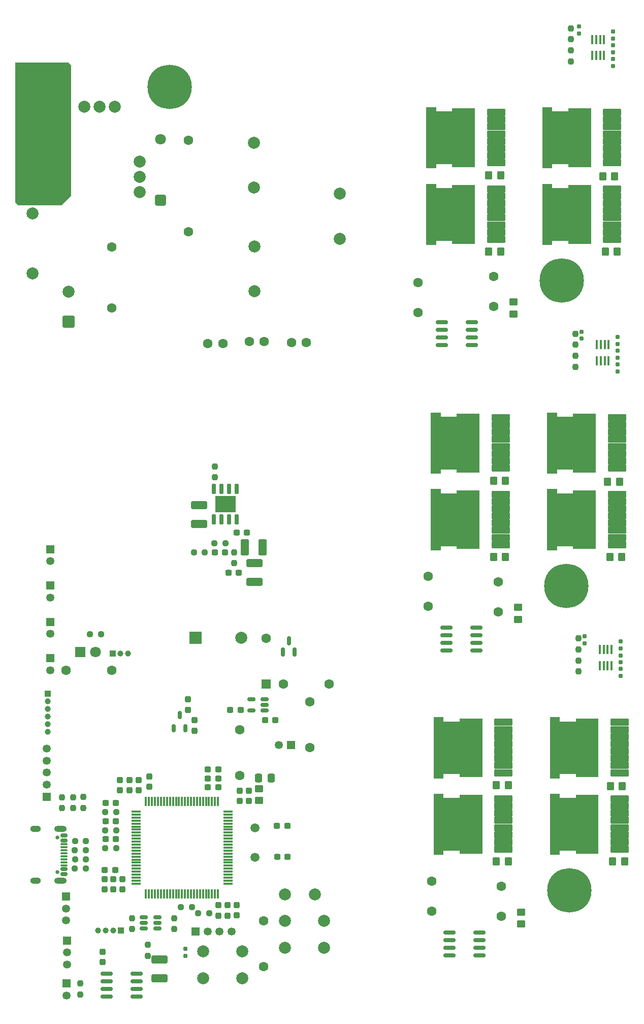
<source format=gbr>
%TF.GenerationSoftware,KiCad,Pcbnew,9.0.7*%
%TF.CreationDate,2026-01-12T17:17:52+03:00*%
%TF.ProjectId,Motor_Driver_Shell_Eco,4d6f746f-725f-4447-9269-7665725f5368,rev?*%
%TF.SameCoordinates,Original*%
%TF.FileFunction,Soldermask,Top*%
%TF.FilePolarity,Negative*%
%FSLAX46Y46*%
G04 Gerber Fmt 4.6, Leading zero omitted, Abs format (unit mm)*
G04 Created by KiCad (PCBNEW 9.0.7) date 2026-01-12 17:17:52*
%MOMM*%
%LPD*%
G01*
G04 APERTURE LIST*
G04 Aperture macros list*
%AMRoundRect*
0 Rectangle with rounded corners*
0 $1 Rounding radius*
0 $2 $3 $4 $5 $6 $7 $8 $9 X,Y pos of 4 corners*
0 Add a 4 corners polygon primitive as box body*
4,1,4,$2,$3,$4,$5,$6,$7,$8,$9,$2,$3,0*
0 Add four circle primitives for the rounded corners*
1,1,$1+$1,$2,$3*
1,1,$1+$1,$4,$5*
1,1,$1+$1,$6,$7*
1,1,$1+$1,$8,$9*
0 Add four rect primitives between the rounded corners*
20,1,$1+$1,$2,$3,$4,$5,0*
20,1,$1+$1,$4,$5,$6,$7,0*
20,1,$1+$1,$6,$7,$8,$9,0*
20,1,$1+$1,$8,$9,$2,$3,0*%
G04 Aperture macros list end*
%ADD10C,0.000000*%
%ADD11C,0.010000*%
%ADD12RoundRect,0.250000X1.100000X-0.412500X1.100000X0.412500X-1.100000X0.412500X-1.100000X-0.412500X0*%
%ADD13RoundRect,0.237500X-0.250000X-0.237500X0.250000X-0.237500X0.250000X0.237500X-0.250000X0.237500X0*%
%ADD14RoundRect,0.237500X0.300000X0.237500X-0.300000X0.237500X-0.300000X-0.237500X0.300000X-0.237500X0*%
%ADD15R,1.800000X1.800000*%
%ADD16C,1.800000*%
%ADD17C,1.600000*%
%ADD18RoundRect,0.237500X-0.237500X0.300000X-0.237500X-0.300000X0.237500X-0.300000X0.237500X0.300000X0*%
%ADD19RoundRect,0.237500X-0.300000X-0.237500X0.300000X-0.237500X0.300000X0.237500X-0.300000X0.237500X0*%
%ADD20RoundRect,0.237500X0.237500X-0.250000X0.237500X0.250000X-0.237500X0.250000X-0.237500X-0.250000X0*%
%ADD21R,1.350000X1.350000*%
%ADD22C,1.350000*%
%ADD23RoundRect,0.102000X1.400000X0.450000X-1.400000X0.450000X-1.400000X-0.450000X1.400000X-0.450000X0*%
%ADD24RoundRect,0.237500X0.237500X-0.300000X0.237500X0.300000X-0.237500X0.300000X-0.237500X-0.300000X0*%
%ADD25RoundRect,0.237500X0.250000X0.237500X-0.250000X0.237500X-0.250000X-0.237500X0.250000X-0.237500X0*%
%ADD26RoundRect,0.250000X-0.350000X-0.450000X0.350000X-0.450000X0.350000X0.450000X-0.350000X0.450000X0*%
%ADD27C,2.000000*%
%ADD28RoundRect,0.155000X0.155000X-0.212500X0.155000X0.212500X-0.155000X0.212500X-0.155000X-0.212500X0*%
%ADD29RoundRect,0.237500X-0.237500X0.250000X-0.237500X-0.250000X0.237500X-0.250000X0.237500X0.250000X0*%
%ADD30RoundRect,0.250000X-0.337500X-0.475000X0.337500X-0.475000X0.337500X0.475000X-0.337500X0.475000X0*%
%ADD31RoundRect,0.075000X0.725000X0.075000X-0.725000X0.075000X-0.725000X-0.075000X0.725000X-0.075000X0*%
%ADD32RoundRect,0.075000X0.075000X0.725000X-0.075000X0.725000X-0.075000X-0.725000X0.075000X-0.725000X0*%
%ADD33RoundRect,0.160000X-0.160000X0.197500X-0.160000X-0.197500X0.160000X-0.197500X0.160000X0.197500X0*%
%ADD34R,2.000000X2.000000*%
%ADD35RoundRect,0.250000X0.650000X-0.650000X0.650000X0.650000X-0.650000X0.650000X-0.650000X-0.650000X0*%
%ADD36RoundRect,0.150000X0.825000X0.150000X-0.825000X0.150000X-0.825000X-0.150000X0.825000X-0.150000X0*%
%ADD37RoundRect,0.100000X-0.100000X0.680000X-0.100000X-0.680000X0.100000X-0.680000X0.100000X0.680000X0*%
%ADD38RoundRect,0.250000X0.450000X-0.350000X0.450000X0.350000X-0.450000X0.350000X-0.450000X-0.350000X0*%
%ADD39RoundRect,0.150000X-0.512500X-0.150000X0.512500X-0.150000X0.512500X0.150000X-0.512500X0.150000X0*%
%ADD40RoundRect,0.150000X0.150000X-0.587500X0.150000X0.587500X-0.150000X0.587500X-0.150000X-0.587500X0*%
%ADD41C,0.800000*%
%ADD42C,7.400000*%
%ADD43RoundRect,0.150000X-0.825000X-0.150000X0.825000X-0.150000X0.825000X0.150000X-0.825000X0.150000X0*%
%ADD44RoundRect,0.250000X0.750000X-0.750000X0.750000X0.750000X-0.750000X0.750000X-0.750000X-0.750000X0*%
%ADD45RoundRect,0.250000X0.550000X-0.550000X0.550000X0.550000X-0.550000X0.550000X-0.550000X-0.550000X0*%
%ADD46RoundRect,0.160000X0.160000X-0.197500X0.160000X0.197500X-0.160000X0.197500X-0.160000X-0.197500X0*%
%ADD47RoundRect,0.150000X0.150000X-0.512500X0.150000X0.512500X-0.150000X0.512500X-0.150000X-0.512500X0*%
%ADD48C,1.500000*%
%ADD49R,1.000000X1.000000*%
%ADD50C,1.000000*%
%ADD51RoundRect,0.250001X-0.462499X-1.074999X0.462499X-1.074999X0.462499X1.074999X-0.462499X1.074999X0*%
%ADD52R,3.400000X2.710000*%
%ADD53RoundRect,0.150000X-0.150000X0.737500X-0.150000X-0.737500X0.150000X-0.737500X0.150000X0.737500X0*%
%ADD54RoundRect,0.150000X0.512500X0.150000X-0.512500X0.150000X-0.512500X-0.150000X0.512500X-0.150000X0*%
%ADD55C,0.650000*%
%ADD56RoundRect,0.150000X-0.425000X0.150000X-0.425000X-0.150000X0.425000X-0.150000X0.425000X0.150000X0*%
%ADD57RoundRect,0.075000X-0.500000X0.075000X-0.500000X-0.075000X0.500000X-0.075000X0.500000X0.075000X0*%
%ADD58O,2.100000X1.000000*%
%ADD59O,1.800000X1.000000*%
G04 APERTURE END LIST*
D10*
G36*
X99420000Y-28745000D02*
G01*
X99420000Y-50570000D01*
X97820000Y-52170000D01*
X90645000Y-52170000D01*
X90120000Y-51645000D01*
X90120000Y-28345000D01*
X99020000Y-28345000D01*
X99420000Y-28745000D01*
G37*
D11*
%TO.C,Q16*%
X180800000Y-150875000D02*
X183550000Y-150875000D01*
X183550000Y-150375000D01*
X187250000Y-150375000D01*
X187250000Y-160075000D01*
X183550000Y-160075000D01*
X183550000Y-159575000D01*
X180800000Y-159575000D01*
X180800000Y-160275000D01*
X179250000Y-160275000D01*
X179250000Y-150175000D01*
X180800000Y-150175000D01*
X180800000Y-150875000D01*
G36*
X180800000Y-150875000D02*
G01*
X183550000Y-150875000D01*
X183550000Y-150375000D01*
X187250000Y-150375000D01*
X187250000Y-160075000D01*
X183550000Y-160075000D01*
X183550000Y-159575000D01*
X180800000Y-159575000D01*
X180800000Y-160275000D01*
X179250000Y-160275000D01*
X179250000Y-150175000D01*
X180800000Y-150175000D01*
X180800000Y-150875000D01*
G37*
%TO.C,Q19*%
X179550000Y-49250000D02*
X182300000Y-49250000D01*
X182300000Y-48750000D01*
X186000000Y-48750000D01*
X186000000Y-58450000D01*
X182300000Y-58450000D01*
X182300000Y-57950000D01*
X179550000Y-57950000D01*
X179550000Y-58650000D01*
X178000000Y-58650000D01*
X178000000Y-48550000D01*
X179550000Y-48550000D01*
X179550000Y-49250000D01*
G36*
X179550000Y-49250000D02*
G01*
X182300000Y-49250000D01*
X182300000Y-48750000D01*
X186000000Y-48750000D01*
X186000000Y-58450000D01*
X182300000Y-58450000D01*
X182300000Y-57950000D01*
X179550000Y-57950000D01*
X179550000Y-58650000D01*
X178000000Y-58650000D01*
X178000000Y-48550000D01*
X179550000Y-48550000D01*
X179550000Y-49250000D01*
G37*
%TO.C,Q18*%
X160175000Y-36500000D02*
X162925000Y-36500000D01*
X162925000Y-36000000D01*
X166625000Y-36000000D01*
X166625000Y-45700000D01*
X162925000Y-45700000D01*
X162925000Y-45200000D01*
X160175000Y-45200000D01*
X160175000Y-45900000D01*
X158625000Y-45900000D01*
X158625000Y-35800000D01*
X160175000Y-35800000D01*
X160175000Y-36500000D01*
G36*
X160175000Y-36500000D02*
G01*
X162925000Y-36500000D01*
X162925000Y-36000000D01*
X166625000Y-36000000D01*
X166625000Y-45700000D01*
X162925000Y-45700000D01*
X162925000Y-45200000D01*
X160175000Y-45200000D01*
X160175000Y-45900000D01*
X158625000Y-45900000D01*
X158625000Y-35800000D01*
X160175000Y-35800000D01*
X160175000Y-36500000D01*
G37*
%TO.C,Q7*%
X180325000Y-87375000D02*
X183075000Y-87375000D01*
X183075000Y-86875000D01*
X186775000Y-86875000D01*
X186775000Y-96575000D01*
X183075000Y-96575000D01*
X183075000Y-96075000D01*
X180325000Y-96075000D01*
X180325000Y-96775000D01*
X178775000Y-96775000D01*
X178775000Y-86675000D01*
X180325000Y-86675000D01*
X180325000Y-87375000D01*
G36*
X180325000Y-87375000D02*
G01*
X183075000Y-87375000D01*
X183075000Y-86875000D01*
X186775000Y-86875000D01*
X186775000Y-96575000D01*
X183075000Y-96575000D01*
X183075000Y-96075000D01*
X180325000Y-96075000D01*
X180325000Y-96775000D01*
X178775000Y-96775000D01*
X178775000Y-86675000D01*
X180325000Y-86675000D01*
X180325000Y-87375000D01*
G37*
%TO.C,Q20*%
X160175000Y-49250000D02*
X162925000Y-49250000D01*
X162925000Y-48750000D01*
X166625000Y-48750000D01*
X166625000Y-58450000D01*
X162925000Y-58450000D01*
X162925000Y-57950000D01*
X160175000Y-57950000D01*
X160175000Y-58650000D01*
X158625000Y-58650000D01*
X158625000Y-48550000D01*
X160175000Y-48550000D01*
X160175000Y-49250000D01*
G36*
X160175000Y-49250000D02*
G01*
X162925000Y-49250000D01*
X162925000Y-48750000D01*
X166625000Y-48750000D01*
X166625000Y-58450000D01*
X162925000Y-58450000D01*
X162925000Y-57950000D01*
X160175000Y-57950000D01*
X160175000Y-58650000D01*
X158625000Y-58650000D01*
X158625000Y-48550000D01*
X160175000Y-48550000D01*
X160175000Y-49250000D01*
G37*
%TO.C,Q6*%
X160950000Y-100125000D02*
X163700000Y-100125000D01*
X163700000Y-99625000D01*
X167400000Y-99625000D01*
X167400000Y-109325000D01*
X163700000Y-109325000D01*
X163700000Y-108825000D01*
X160950000Y-108825000D01*
X160950000Y-109525000D01*
X159400000Y-109525000D01*
X159400000Y-99425000D01*
X160950000Y-99425000D01*
X160950000Y-100125000D01*
G36*
X160950000Y-100125000D02*
G01*
X163700000Y-100125000D01*
X163700000Y-99625000D01*
X167400000Y-99625000D01*
X167400000Y-109325000D01*
X163700000Y-109325000D01*
X163700000Y-108825000D01*
X160950000Y-108825000D01*
X160950000Y-109525000D01*
X159400000Y-109525000D01*
X159400000Y-99425000D01*
X160950000Y-99425000D01*
X160950000Y-100125000D01*
G37*
%TO.C,Q21*%
X179550000Y-36500000D02*
X182300000Y-36500000D01*
X182300000Y-36000000D01*
X186000000Y-36000000D01*
X186000000Y-45700000D01*
X182300000Y-45700000D01*
X182300000Y-45200000D01*
X179550000Y-45200000D01*
X179550000Y-45900000D01*
X178000000Y-45900000D01*
X178000000Y-35800000D01*
X179550000Y-35800000D01*
X179550000Y-36500000D01*
G36*
X179550000Y-36500000D02*
G01*
X182300000Y-36500000D01*
X182300000Y-36000000D01*
X186000000Y-36000000D01*
X186000000Y-45700000D01*
X182300000Y-45700000D01*
X182300000Y-45200000D01*
X179550000Y-45200000D01*
X179550000Y-45900000D01*
X178000000Y-45900000D01*
X178000000Y-35800000D01*
X179550000Y-35800000D01*
X179550000Y-36500000D01*
G37*
%TO.C,Q9*%
X180325000Y-100125000D02*
X183075000Y-100125000D01*
X183075000Y-99625000D01*
X186775000Y-99625000D01*
X186775000Y-109325000D01*
X183075000Y-109325000D01*
X183075000Y-108825000D01*
X180325000Y-108825000D01*
X180325000Y-109525000D01*
X178775000Y-109525000D01*
X178775000Y-99425000D01*
X180325000Y-99425000D01*
X180325000Y-100125000D01*
G36*
X180325000Y-100125000D02*
G01*
X183075000Y-100125000D01*
X183075000Y-99625000D01*
X186775000Y-99625000D01*
X186775000Y-109325000D01*
X183075000Y-109325000D01*
X183075000Y-108825000D01*
X180325000Y-108825000D01*
X180325000Y-109525000D01*
X178775000Y-109525000D01*
X178775000Y-99425000D01*
X180325000Y-99425000D01*
X180325000Y-100125000D01*
G37*
%TO.C,Q15*%
X161425000Y-138125000D02*
X164175000Y-138125000D01*
X164175000Y-137625000D01*
X167875000Y-137625000D01*
X167875000Y-147325000D01*
X164175000Y-147325000D01*
X164175000Y-146825000D01*
X161425000Y-146825000D01*
X161425000Y-147525000D01*
X159875000Y-147525000D01*
X159875000Y-137425000D01*
X161425000Y-137425000D01*
X161425000Y-138125000D01*
G36*
X161425000Y-138125000D02*
G01*
X164175000Y-138125000D01*
X164175000Y-137625000D01*
X167875000Y-137625000D01*
X167875000Y-147325000D01*
X164175000Y-147325000D01*
X164175000Y-146825000D01*
X161425000Y-146825000D01*
X161425000Y-147525000D01*
X159875000Y-147525000D01*
X159875000Y-137425000D01*
X161425000Y-137425000D01*
X161425000Y-138125000D01*
G37*
%TO.C,Q8*%
X160950000Y-87375000D02*
X163700000Y-87375000D01*
X163700000Y-86875000D01*
X167400000Y-86875000D01*
X167400000Y-96575000D01*
X163700000Y-96575000D01*
X163700000Y-96075000D01*
X160950000Y-96075000D01*
X160950000Y-96775000D01*
X159400000Y-96775000D01*
X159400000Y-86675000D01*
X160950000Y-86675000D01*
X160950000Y-87375000D01*
G36*
X160950000Y-87375000D02*
G01*
X163700000Y-87375000D01*
X163700000Y-86875000D01*
X167400000Y-86875000D01*
X167400000Y-96575000D01*
X163700000Y-96575000D01*
X163700000Y-96075000D01*
X160950000Y-96075000D01*
X160950000Y-96775000D01*
X159400000Y-96775000D01*
X159400000Y-86675000D01*
X160950000Y-86675000D01*
X160950000Y-87375000D01*
G37*
%TO.C,Q14*%
X161425000Y-150875000D02*
X164175000Y-150875000D01*
X164175000Y-150375000D01*
X167875000Y-150375000D01*
X167875000Y-160075000D01*
X164175000Y-160075000D01*
X164175000Y-159575000D01*
X161425000Y-159575000D01*
X161425000Y-160275000D01*
X159875000Y-160275000D01*
X159875000Y-150175000D01*
X161425000Y-150175000D01*
X161425000Y-150875000D01*
G36*
X161425000Y-150875000D02*
G01*
X164175000Y-150875000D01*
X164175000Y-150375000D01*
X167875000Y-150375000D01*
X167875000Y-160075000D01*
X164175000Y-160075000D01*
X164175000Y-159575000D01*
X161425000Y-159575000D01*
X161425000Y-160275000D01*
X159875000Y-160275000D01*
X159875000Y-150175000D01*
X161425000Y-150175000D01*
X161425000Y-150875000D01*
G37*
%TO.C,Q17*%
X180800000Y-138125000D02*
X183550000Y-138125000D01*
X183550000Y-137625000D01*
X187250000Y-137625000D01*
X187250000Y-147325000D01*
X183550000Y-147325000D01*
X183550000Y-146825000D01*
X180800000Y-146825000D01*
X180800000Y-147525000D01*
X179250000Y-147525000D01*
X179250000Y-137425000D01*
X180800000Y-137425000D01*
X180800000Y-138125000D01*
G36*
X180800000Y-138125000D02*
G01*
X183550000Y-138125000D01*
X183550000Y-137625000D01*
X187250000Y-137625000D01*
X187250000Y-147325000D01*
X183550000Y-147325000D01*
X183550000Y-146825000D01*
X180800000Y-146825000D01*
X180800000Y-147525000D01*
X179250000Y-147525000D01*
X179250000Y-137425000D01*
X180800000Y-137425000D01*
X180800000Y-138125000D01*
G37*
%TD*%
D12*
%TO.C,C9*%
X120740000Y-105232500D03*
X120740000Y-102107500D03*
%TD*%
D13*
%TO.C,R4*%
X123290000Y-108407500D03*
X125115000Y-108407500D03*
%TD*%
D14*
%TO.C,C29*%
X135450000Y-155550000D03*
X133725000Y-155550000D03*
%TD*%
D15*
%TO.C,D3*%
X100955000Y-126525000D03*
D16*
X103495000Y-126525000D03*
%TD*%
D17*
%TO.C,C6*%
X122225000Y-75150000D03*
X124725000Y-75150000D03*
%TD*%
D18*
%TO.C,C54*%
X107967500Y-164385000D03*
X107967500Y-166110000D03*
%TD*%
D19*
%TO.C,C16*%
X123365000Y-109957500D03*
X125090000Y-109957500D03*
%TD*%
D17*
%TO.C,C39*%
X170625000Y-119862500D03*
X170625000Y-114862500D03*
%TD*%
D20*
%TO.C,R22*%
X100950000Y-183612500D03*
X100950000Y-181787500D03*
%TD*%
D21*
%TO.C,J7*%
X95925000Y-109425000D03*
D22*
X95925000Y-111425000D03*
%TD*%
D20*
%TO.C,R15*%
X99725000Y-152575000D03*
X99725000Y-150750000D03*
%TD*%
D23*
%TO.C,Q16*%
X190875000Y-159425000D03*
X190875000Y-158225000D03*
X190875000Y-157025000D03*
X190875000Y-155825000D03*
X190875000Y-154625000D03*
X190875000Y-153425000D03*
X190875000Y-152225000D03*
X190875000Y-151025000D03*
%TD*%
%TO.C,Q19*%
X189625000Y-57800000D03*
X189625000Y-56600000D03*
X189625000Y-55400000D03*
X189625000Y-54200000D03*
X189625000Y-53000000D03*
X189625000Y-51800000D03*
X189625000Y-50600000D03*
X189625000Y-49400000D03*
%TD*%
D17*
%TO.C,C40*%
X169850000Y-68987500D03*
X169850000Y-63987500D03*
%TD*%
D19*
%TO.C,C33*%
X105150000Y-151750000D03*
X106875000Y-151750000D03*
%TD*%
D14*
%TO.C,C12*%
X127675000Y-136200000D03*
X125950000Y-136200000D03*
%TD*%
D24*
%TO.C,C37*%
X127005000Y-170435000D03*
X127005000Y-168710000D03*
%TD*%
D21*
%TO.C,J4*%
X136075000Y-142050000D03*
D22*
X134075000Y-142050000D03*
%TD*%
D25*
%TO.C,R53*%
X101875000Y-159550000D03*
X100050000Y-159550000D03*
%TD*%
D26*
%TO.C,R31*%
X188825000Y-98163779D03*
X190825000Y-98163779D03*
%TD*%
D24*
%TO.C,C26*%
X127525000Y-151400000D03*
X127525000Y-149675000D03*
%TD*%
D20*
%TO.C,R64*%
X182750000Y-24487500D03*
X182750000Y-22662500D03*
%TD*%
D14*
%TO.C,C30*%
X135500000Y-160650000D03*
X133775000Y-160650000D03*
%TD*%
D19*
%TO.C,C10*%
X127000000Y-106657500D03*
X128725000Y-106657500D03*
%TD*%
D27*
%TO.C,S1*%
X97400000Y-44845000D03*
X97400000Y-47385000D03*
X97400000Y-49925000D03*
X110862000Y-49975800D03*
X110862000Y-47435800D03*
X110862000Y-44895800D03*
X106702800Y-35701000D03*
X104162800Y-35701000D03*
X101622800Y-35701000D03*
%TD*%
D26*
%TO.C,R35*%
X188450000Y-59850000D03*
X190450000Y-59850000D03*
%TD*%
D23*
%TO.C,Q18*%
X170250000Y-45050000D03*
X170250000Y-43850000D03*
X170250000Y-42650000D03*
X170250000Y-41450000D03*
X170250000Y-40250000D03*
X170250000Y-39050000D03*
X170250000Y-37850000D03*
X170250000Y-36650000D03*
%TD*%
D26*
%TO.C,R30*%
X169825000Y-110725000D03*
X171825000Y-110725000D03*
%TD*%
%TO.C,R36*%
X169050000Y-59850000D03*
X171050000Y-59850000D03*
%TD*%
D17*
%TO.C,R12*%
X106150000Y-129575000D03*
X98530000Y-129575000D03*
%TD*%
D26*
%TO.C,R55*%
X170300000Y-148775000D03*
X172300000Y-148775000D03*
%TD*%
D17*
%TO.C,C88*%
X158900000Y-118975000D03*
X158900000Y-113975000D03*
%TD*%
D20*
%TO.C,R63*%
X182750000Y-28175000D03*
X182750000Y-26350000D03*
%TD*%
D28*
%TO.C,C82*%
X184525000Y-74360000D03*
X184525000Y-73225000D03*
%TD*%
D24*
%TO.C,C14*%
X120025000Y-139650000D03*
X120025000Y-137925000D03*
%TD*%
D20*
%TO.C,R69*%
X184000000Y-126112500D03*
X184000000Y-124287500D03*
%TD*%
%TO.C,R14*%
X101475000Y-152525000D03*
X101475000Y-150700000D03*
%TD*%
D29*
%TO.C,R3*%
X123365000Y-95632500D03*
X123365000Y-97457500D03*
%TD*%
D27*
%TO.C,C8*%
X93000000Y-63500000D03*
X93000000Y-53500000D03*
%TD*%
D28*
%TO.C,C84*%
X184050000Y-23485000D03*
X184050000Y-22350000D03*
%TD*%
D17*
%TO.C,C90*%
X157225000Y-69975000D03*
X157225000Y-64975000D03*
%TD*%
D30*
%TO.C,C27*%
X130700000Y-147600000D03*
X132775000Y-147600000D03*
%TD*%
D21*
%TO.C,J9*%
X98575000Y-167300000D03*
D22*
X98575000Y-169300000D03*
X98575000Y-171300000D03*
%TD*%
D31*
%TO.C,U1*%
X125575000Y-165150000D03*
X125575000Y-164650000D03*
X125575000Y-164150000D03*
X125575000Y-163650000D03*
X125575000Y-163150000D03*
X125575000Y-162650000D03*
X125575000Y-162150000D03*
X125575000Y-161650000D03*
X125575000Y-161150000D03*
X125575000Y-160650000D03*
X125575000Y-160150000D03*
X125575000Y-159650000D03*
X125575000Y-159150000D03*
X125575000Y-158650000D03*
X125575000Y-158150000D03*
X125575000Y-157650000D03*
X125575000Y-157150000D03*
X125575000Y-156650000D03*
X125575000Y-156150000D03*
X125575000Y-155650000D03*
X125575000Y-155150000D03*
X125575000Y-154650000D03*
X125575000Y-154150000D03*
X125575000Y-153650000D03*
X125575000Y-153150000D03*
D32*
X123900000Y-151475000D03*
X123400000Y-151475000D03*
X122900000Y-151475000D03*
X122400000Y-151475000D03*
X121900000Y-151475000D03*
X121400000Y-151475000D03*
X120900000Y-151475000D03*
X120400000Y-151475000D03*
X119900000Y-151475000D03*
X119400000Y-151475000D03*
X118900000Y-151475000D03*
X118400000Y-151475000D03*
X117900000Y-151475000D03*
X117400000Y-151475000D03*
X116900000Y-151475000D03*
X116400000Y-151475000D03*
X115900000Y-151475000D03*
X115400000Y-151475000D03*
X114900000Y-151475000D03*
X114400000Y-151475000D03*
X113900000Y-151475000D03*
X113400000Y-151475000D03*
X112900000Y-151475000D03*
X112400000Y-151475000D03*
X111900000Y-151475000D03*
D31*
X110225000Y-153150000D03*
X110225000Y-153650000D03*
X110225000Y-154150000D03*
X110225000Y-154650000D03*
X110225000Y-155150000D03*
X110225000Y-155650000D03*
X110225000Y-156150000D03*
X110225000Y-156650000D03*
X110225000Y-157150000D03*
X110225000Y-157650000D03*
X110225000Y-158150000D03*
X110225000Y-158650000D03*
X110225000Y-159150000D03*
X110225000Y-159650000D03*
X110225000Y-160150000D03*
X110225000Y-160650000D03*
X110225000Y-161150000D03*
X110225000Y-161650000D03*
X110225000Y-162150000D03*
X110225000Y-162650000D03*
X110225000Y-163150000D03*
X110225000Y-163650000D03*
X110225000Y-164150000D03*
X110225000Y-164650000D03*
X110225000Y-165150000D03*
D32*
X111900000Y-166825000D03*
X112400000Y-166825000D03*
X112900000Y-166825000D03*
X113400000Y-166825000D03*
X113900000Y-166825000D03*
X114400000Y-166825000D03*
X114900000Y-166825000D03*
X115400000Y-166825000D03*
X115900000Y-166825000D03*
X116400000Y-166825000D03*
X116900000Y-166825000D03*
X117400000Y-166825000D03*
X117900000Y-166825000D03*
X118400000Y-166825000D03*
X118900000Y-166825000D03*
X119400000Y-166825000D03*
X119900000Y-166825000D03*
X120400000Y-166825000D03*
X120900000Y-166825000D03*
X121400000Y-166825000D03*
X121900000Y-166825000D03*
X122400000Y-166825000D03*
X122900000Y-166825000D03*
X123400000Y-166825000D03*
X123900000Y-166825000D03*
%TD*%
D20*
%TO.C,R58*%
X183525000Y-79050000D03*
X183525000Y-77225000D03*
%TD*%
D23*
%TO.C,Q7*%
X190400000Y-95925000D03*
X190400000Y-94725000D03*
X190400000Y-93525000D03*
X190400000Y-92325000D03*
X190400000Y-91125000D03*
X190400000Y-89925000D03*
X190400000Y-88725000D03*
X190400000Y-87525000D03*
%TD*%
D17*
%TO.C,C4*%
X129125000Y-74850000D03*
X131625000Y-74850000D03*
%TD*%
D33*
%TO.C,R67*%
X191000000Y-124780000D03*
X191000000Y-125975000D03*
%TD*%
D34*
%TO.C,BZ1*%
X120175000Y-124175000D03*
D27*
X127775000Y-124175000D03*
%TD*%
D19*
%TO.C,C11*%
X131750000Y-137900000D03*
X133475000Y-137900000D03*
%TD*%
D35*
%TO.C,D1*%
X114350000Y-51255000D03*
D16*
X114350000Y-41095000D03*
%TD*%
D27*
%TO.C,C28*%
X140067500Y-166910000D03*
X135067500Y-166910000D03*
%TD*%
D25*
%TO.C,R51*%
X101900000Y-158050000D03*
X100075000Y-158050000D03*
%TD*%
D18*
%TO.C,C56*%
X104967500Y-164385000D03*
X104967500Y-166110000D03*
%TD*%
D36*
%TO.C,U8*%
X110300000Y-183965000D03*
X110300000Y-182695000D03*
X110300000Y-181425000D03*
X110300000Y-180155000D03*
X105350000Y-180155000D03*
X105350000Y-181425000D03*
X105350000Y-182695000D03*
X105350000Y-183965000D03*
%TD*%
D27*
%TO.C,C1*%
X144175000Y-57725000D03*
X144175000Y-50225000D03*
%TD*%
D37*
%TO.C,U5*%
X189025000Y-75375000D03*
X188375000Y-75375000D03*
X187715000Y-75375000D03*
X187065000Y-75375000D03*
X187065000Y-78075000D03*
X187715000Y-78075000D03*
X188375000Y-78075000D03*
X189025000Y-78075000D03*
%TD*%
D38*
%TO.C,R27*%
X173925000Y-121125000D03*
X173925000Y-119125000D03*
%TD*%
D39*
%TO.C,U12*%
X111517500Y-170760000D03*
X111517500Y-171710000D03*
X111517500Y-172660000D03*
X113792500Y-172660000D03*
X113792500Y-171710000D03*
X113792500Y-170760000D03*
%TD*%
D40*
%TO.C,Q1*%
X134750000Y-126550000D03*
X136650000Y-126550000D03*
X135700000Y-124675000D03*
%TD*%
D12*
%TO.C,C45*%
X114125000Y-180910000D03*
X114125000Y-177785000D03*
%TD*%
D33*
%TO.C,R39*%
X190525000Y-74030000D03*
X190525000Y-75225000D03*
%TD*%
D26*
%TO.C,R56*%
X189700000Y-161475000D03*
X191700000Y-161475000D03*
%TD*%
D41*
%TO.C,H1*%
X92162779Y-32675000D03*
X92975558Y-30712779D03*
X92975558Y-34637221D03*
X94937779Y-29900000D03*
D42*
X94937779Y-32675000D03*
D41*
X94937779Y-35450000D03*
X96900000Y-30712779D03*
X96900000Y-34637221D03*
X97712779Y-32675000D03*
%TD*%
D21*
%TO.C,J10*%
X95925000Y-115475000D03*
D22*
X95925000Y-117475000D03*
%TD*%
D43*
%TO.C,U9*%
X162500000Y-173265000D03*
X162500000Y-174535000D03*
X162500000Y-175805000D03*
X162500000Y-177075000D03*
X167450000Y-177075000D03*
X167450000Y-175805000D03*
X167450000Y-174535000D03*
X167450000Y-173265000D03*
%TD*%
D29*
%TO.C,R6*%
X126625000Y-109925000D03*
X126625000Y-111750000D03*
%TD*%
D33*
%TO.C,R62*%
X189725000Y-23205000D03*
X189725000Y-24400000D03*
%TD*%
D44*
%TO.C,C7*%
X98975000Y-71500000D03*
D27*
X98975000Y-66500000D03*
%TD*%
D24*
%TO.C,C38*%
X124005000Y-170472500D03*
X124005000Y-168747500D03*
%TD*%
D28*
%TO.C,C86*%
X185000000Y-125110000D03*
X185000000Y-123975000D03*
%TD*%
D45*
%TO.C,D2*%
X131900000Y-131872500D03*
D17*
X131900000Y-124252500D03*
%TD*%
D46*
%TO.C,R29*%
X190525000Y-79822500D03*
X190525000Y-78627500D03*
%TD*%
D26*
%TO.C,R34*%
X169050000Y-47150000D03*
X171050000Y-47150000D03*
%TD*%
D47*
%TO.C,U4*%
X116550000Y-139300000D03*
X118450000Y-139300000D03*
X117500000Y-137025000D03*
%TD*%
D14*
%TO.C,C48*%
X123942500Y-149110000D03*
X122217500Y-149110000D03*
%TD*%
D43*
%TO.C,U10*%
X161250000Y-71640000D03*
X161250000Y-72910000D03*
X161250000Y-74180000D03*
X161250000Y-75450000D03*
X166200000Y-75450000D03*
X166200000Y-74180000D03*
X166200000Y-72910000D03*
X166200000Y-71640000D03*
%TD*%
D37*
%TO.C,U13*%
X189500000Y-126125000D03*
X188850000Y-126125000D03*
X188190000Y-126125000D03*
X187540000Y-126125000D03*
X187540000Y-128825000D03*
X188190000Y-128825000D03*
X188850000Y-128825000D03*
X189500000Y-128825000D03*
%TD*%
D24*
%TO.C,C25*%
X129025000Y-151375000D03*
X129025000Y-149650000D03*
%TD*%
D46*
%TO.C,R65*%
X191000000Y-130572500D03*
X191000000Y-129377500D03*
%TD*%
D24*
%TO.C,C36*%
X104700000Y-178210000D03*
X104700000Y-176485000D03*
%TD*%
D27*
%TO.C,SW1*%
X141567500Y-175810000D03*
X135067500Y-175810000D03*
X141567500Y-171310000D03*
X135067500Y-171310000D03*
%TD*%
D26*
%TO.C,R33*%
X189225000Y-110725000D03*
X191225000Y-110725000D03*
%TD*%
D21*
%TO.C,J8*%
X98725000Y-174625000D03*
D22*
X98725000Y-176625000D03*
X98725000Y-178625000D03*
%TD*%
D23*
%TO.C,Q20*%
X170250000Y-57800000D03*
X170250000Y-56600000D03*
X170250000Y-55400000D03*
X170250000Y-54200000D03*
X170250000Y-53000000D03*
X170250000Y-51800000D03*
X170250000Y-50600000D03*
X170250000Y-49400000D03*
%TD*%
D48*
%TO.C,Y1*%
X130025000Y-160750000D03*
X130025000Y-155850000D03*
%TD*%
D38*
%TO.C,R26*%
X174400000Y-171875000D03*
X174400000Y-169875000D03*
%TD*%
D19*
%TO.C,C35*%
X105175000Y-157750000D03*
X106900000Y-157750000D03*
%TD*%
D33*
%TO.C,R8*%
X118475000Y-176005000D03*
X118475000Y-177200000D03*
%TD*%
D17*
%TO.C,C5*%
X136150000Y-75025000D03*
X138650000Y-75025000D03*
%TD*%
D23*
%TO.C,Q6*%
X171025000Y-108675000D03*
X171025000Y-107475000D03*
X171025000Y-106275000D03*
X171025000Y-105075000D03*
X171025000Y-103875000D03*
X171025000Y-102675000D03*
X171025000Y-101475000D03*
X171025000Y-100275000D03*
%TD*%
D41*
%TO.C,H7*%
X181187779Y-67462779D03*
X179225558Y-66650000D03*
X183150000Y-66650000D03*
X178412779Y-64687779D03*
D42*
X181187779Y-64687779D03*
D41*
X183962779Y-64687779D03*
X179225558Y-62725558D03*
X183150000Y-62725558D03*
X181187779Y-61912779D03*
%TD*%
%TO.C,H2*%
X113075000Y-32375000D03*
X113887779Y-30412779D03*
X113887779Y-34337221D03*
X115850000Y-29600000D03*
D42*
X115850000Y-32375000D03*
D41*
X115850000Y-35150000D03*
X117812221Y-30412779D03*
X117812221Y-34337221D03*
X118625000Y-32375000D03*
%TD*%
D17*
%TO.C,C89*%
X159525000Y-169750000D03*
X159525000Y-164750000D03*
%TD*%
%TO.C,R1*%
X119000000Y-56520000D03*
X119000000Y-41280000D03*
%TD*%
D14*
%TO.C,C50*%
X123942500Y-146110000D03*
X122217500Y-146110000D03*
%TD*%
D25*
%TO.C,R52*%
X101850000Y-162600000D03*
X100025000Y-162600000D03*
%TD*%
D23*
%TO.C,Q21*%
X189625000Y-45050000D03*
X189625000Y-43850000D03*
X189625000Y-42650000D03*
X189625000Y-41450000D03*
X189625000Y-40250000D03*
X189625000Y-39050000D03*
X189625000Y-37850000D03*
X189625000Y-36650000D03*
%TD*%
D18*
%TO.C,C51*%
X110667500Y-147885000D03*
X110667500Y-149610000D03*
%TD*%
D27*
%TO.C,SW2*%
X127967500Y-180960000D03*
X121467500Y-180960000D03*
X127967500Y-176460000D03*
X121467500Y-176460000D03*
%TD*%
D25*
%TO.C,R21*%
X104400000Y-123600000D03*
X102575000Y-123600000D03*
%TD*%
D49*
%TO.C,JP1*%
X106360000Y-126825000D03*
D50*
X107630000Y-126825000D03*
X108900000Y-126825000D03*
%TD*%
D25*
%TO.C,R10*%
X122442500Y-170060000D03*
X120617500Y-170060000D03*
%TD*%
D23*
%TO.C,Q9*%
X190400000Y-108675000D03*
X190400000Y-107475000D03*
X190400000Y-106275000D03*
X190400000Y-105075000D03*
X190400000Y-103875000D03*
X190400000Y-102675000D03*
X190400000Y-101475000D03*
X190400000Y-100275000D03*
%TD*%
D17*
%TO.C,R20*%
X134790000Y-131872500D03*
X142410000Y-131872500D03*
%TD*%
D25*
%TO.C,R18*%
X106950000Y-156250000D03*
X105125000Y-156250000D03*
%TD*%
D26*
%TO.C,R32*%
X169825000Y-98025000D03*
X171825000Y-98025000D03*
%TD*%
D20*
%TO.C,R25*%
X116617500Y-172735000D03*
X116617500Y-170910000D03*
%TD*%
D26*
%TO.C,R57*%
X189300000Y-148913779D03*
X191300000Y-148913779D03*
%TD*%
D20*
%TO.C,R59*%
X183525000Y-75362500D03*
X183525000Y-73537500D03*
%TD*%
D14*
%TO.C,C32*%
X106767500Y-162860000D03*
X105042500Y-162860000D03*
%TD*%
D46*
%TO.C,R60*%
X189750000Y-28947500D03*
X189750000Y-27752500D03*
%TD*%
D41*
%TO.C,H4*%
X181962779Y-118337779D03*
X180000558Y-117525000D03*
X183925000Y-117525000D03*
X179187779Y-115562779D03*
D42*
X181962779Y-115562779D03*
D41*
X184737779Y-115562779D03*
X180000558Y-113600558D03*
X183925000Y-113600558D03*
X181962779Y-112787779D03*
%TD*%
D24*
%TO.C,C31*%
X112417500Y-149035000D03*
X112417500Y-147310000D03*
%TD*%
D51*
%TO.C,L1*%
X128390000Y-109157500D03*
X131365000Y-109157500D03*
%TD*%
D21*
%TO.C,J2*%
X95325000Y-150650000D03*
D22*
X95325000Y-148650000D03*
X95325000Y-146650000D03*
X95325000Y-144650000D03*
X95325000Y-142650000D03*
%TD*%
D18*
%TO.C,C53*%
X107567500Y-147885000D03*
X107567500Y-149610000D03*
%TD*%
D27*
%TO.C,C2*%
X129925000Y-49200000D03*
X129925000Y-41700000D03*
%TD*%
D17*
%TO.C,R2*%
X106150000Y-59045000D03*
X106150000Y-69205000D03*
%TD*%
D21*
%TO.C,J12*%
X95925000Y-121525000D03*
D22*
X95925000Y-123525000D03*
%TD*%
D28*
%TO.C,C87*%
X191000000Y-128260000D03*
X191000000Y-127125000D03*
%TD*%
D21*
%TO.C,J13*%
X95925000Y-127575000D03*
D22*
X95925000Y-129575000D03*
%TD*%
D19*
%TO.C,C34*%
X105175000Y-154750000D03*
X106900000Y-154750000D03*
%TD*%
D21*
%TO.C,J3*%
X98675000Y-181800000D03*
D22*
X98675000Y-183800000D03*
%TD*%
D13*
%TO.C,R5*%
X119890000Y-109957500D03*
X121715000Y-109957500D03*
%TD*%
D25*
%TO.C,R9*%
X119542500Y-169060000D03*
X117717500Y-169060000D03*
%TD*%
D38*
%TO.C,FB1*%
X130775000Y-151300000D03*
X130775000Y-149300000D03*
%TD*%
D23*
%TO.C,Q15*%
X171500000Y-146675000D03*
X171500000Y-145475000D03*
X171500000Y-144275000D03*
X171500000Y-143075000D03*
X171500000Y-141875000D03*
X171500000Y-140675000D03*
X171500000Y-139475000D03*
X171500000Y-138275000D03*
%TD*%
D20*
%TO.C,R24*%
X109567500Y-172735000D03*
X109567500Y-170910000D03*
%TD*%
D18*
%TO.C,C55*%
X106467500Y-164385000D03*
X106467500Y-166110000D03*
%TD*%
D25*
%TO.C,R54*%
X101900000Y-161100000D03*
X100075000Y-161100000D03*
%TD*%
D28*
%TO.C,C83*%
X190525000Y-77510000D03*
X190525000Y-76375000D03*
%TD*%
D23*
%TO.C,Q8*%
X171025000Y-95925000D03*
X171025000Y-94725000D03*
X171025000Y-93525000D03*
X171025000Y-92325000D03*
X171025000Y-91125000D03*
X171025000Y-89925000D03*
X171025000Y-88725000D03*
X171025000Y-87525000D03*
%TD*%
D49*
%TO.C,J6*%
X95550000Y-133510000D03*
D50*
X95550000Y-134780000D03*
X95550000Y-136050000D03*
X95550000Y-137320000D03*
X95550000Y-138590000D03*
X95550000Y-139860000D03*
%TD*%
D27*
%TO.C,C3*%
X130000000Y-66475000D03*
X130000000Y-58975000D03*
%TD*%
D17*
%TO.C,R7*%
X131517500Y-171360000D03*
X131517500Y-178980000D03*
%TD*%
D38*
%TO.C,R28*%
X173150000Y-70250000D03*
X173150000Y-68250000D03*
%TD*%
D26*
%TO.C,R13*%
X170300000Y-161475000D03*
X172300000Y-161475000D03*
%TD*%
D41*
%TO.C,H6*%
X182437779Y-169087779D03*
X180475558Y-168275000D03*
X184400000Y-168275000D03*
X179662779Y-166312779D03*
D42*
X182437779Y-166312779D03*
D41*
X185212779Y-166312779D03*
X180475558Y-164350558D03*
X184400000Y-164350558D03*
X182437779Y-163537779D03*
%TD*%
D17*
%TO.C,R11*%
X139175000Y-134865000D03*
X139175000Y-142485000D03*
%TD*%
D37*
%TO.C,U11*%
X188250000Y-24500000D03*
X187600000Y-24500000D03*
X186940000Y-24500000D03*
X186290000Y-24500000D03*
X186290000Y-27200000D03*
X186940000Y-27200000D03*
X187600000Y-27200000D03*
X188250000Y-27200000D03*
%TD*%
D28*
%TO.C,C85*%
X189750000Y-26635000D03*
X189750000Y-25500000D03*
%TD*%
D20*
%TO.C,R23*%
X112175000Y-177175000D03*
X112175000Y-175350000D03*
%TD*%
D17*
%TO.C,R50*%
X127525000Y-139550000D03*
X127525000Y-147170000D03*
%TD*%
D52*
%TO.C,U2*%
X125115000Y-101937500D03*
D53*
X127020000Y-99375000D03*
X125750000Y-99375000D03*
X124480000Y-99375000D03*
X123210000Y-99375000D03*
X123210000Y-104500000D03*
X124480000Y-104500000D03*
X125750000Y-104500000D03*
X127020000Y-104500000D03*
%TD*%
D24*
%TO.C,C13*%
X118900000Y-136200000D03*
X118900000Y-134475000D03*
%TD*%
D54*
%TO.C,U3*%
X131712500Y-136340000D03*
X131712500Y-135390000D03*
X131712500Y-134440000D03*
X129437500Y-134440000D03*
X129437500Y-136340000D03*
%TD*%
D55*
%TO.C,J11*%
X97140000Y-157460000D03*
X97140000Y-163240000D03*
D56*
X98215000Y-157150000D03*
X98215000Y-157950000D03*
D57*
X98215000Y-159100000D03*
X98215000Y-160100000D03*
X98215000Y-160600000D03*
X98215000Y-161600000D03*
D56*
X98215000Y-162750000D03*
X98215000Y-163550000D03*
X98215000Y-163550000D03*
X98215000Y-162750000D03*
D57*
X98215000Y-162100000D03*
X98215000Y-161100000D03*
X98215000Y-159600000D03*
X98215000Y-158600000D03*
D56*
X98215000Y-157950000D03*
X98215000Y-157150000D03*
D58*
X97640000Y-156030000D03*
D59*
X93460000Y-156030000D03*
D58*
X97640000Y-164670000D03*
D59*
X93460000Y-164670000D03*
%TD*%
D18*
%TO.C,C52*%
X109117500Y-147885000D03*
X109117500Y-149610000D03*
%TD*%
D24*
%TO.C,C41*%
X125505000Y-170472500D03*
X125505000Y-168747500D03*
%TD*%
D23*
%TO.C,Q14*%
X171500000Y-159425000D03*
X171500000Y-158225000D03*
X171500000Y-157025000D03*
X171500000Y-155825000D03*
X171500000Y-154625000D03*
X171500000Y-153425000D03*
X171500000Y-152225000D03*
X171500000Y-151025000D03*
%TD*%
D25*
%TO.C,R17*%
X106950000Y-159250000D03*
X105125000Y-159250000D03*
%TD*%
D19*
%TO.C,C15*%
X125650000Y-113325000D03*
X127375000Y-113325000D03*
%TD*%
D49*
%TO.C,J5*%
X107695000Y-172950000D03*
D50*
X106425000Y-172950000D03*
X105155000Y-172950000D03*
X103885000Y-172950000D03*
%TD*%
D14*
%TO.C,C49*%
X123942500Y-147620000D03*
X122217500Y-147620000D03*
%TD*%
D12*
%TO.C,C17*%
X130015000Y-114857500D03*
X130015000Y-111732500D03*
%TD*%
D20*
%TO.C,R68*%
X184000000Y-129800000D03*
X184000000Y-127975000D03*
%TD*%
D43*
%TO.C,U6*%
X162025000Y-122515000D03*
X162025000Y-123785000D03*
X162025000Y-125055000D03*
X162025000Y-126325000D03*
X166975000Y-126325000D03*
X166975000Y-125055000D03*
X166975000Y-123785000D03*
X166975000Y-122515000D03*
%TD*%
D23*
%TO.C,Q17*%
X190875000Y-146675000D03*
X190875000Y-145475000D03*
X190875000Y-144275000D03*
X190875000Y-143075000D03*
X190875000Y-141875000D03*
X190875000Y-140675000D03*
X190875000Y-139475000D03*
X190875000Y-138275000D03*
%TD*%
D17*
%TO.C,C57*%
X171100000Y-170612500D03*
X171100000Y-165612500D03*
%TD*%
D20*
%TO.C,R16*%
X97875000Y-152575000D03*
X97875000Y-150750000D03*
%TD*%
D26*
%TO.C,R37*%
X188050000Y-47288779D03*
X190050000Y-47288779D03*
%TD*%
D25*
%TO.C,R19*%
X106925000Y-153250000D03*
X105100000Y-153250000D03*
%TD*%
D21*
%TO.C,J1*%
X120167500Y-173110000D03*
D22*
X122167500Y-173110000D03*
X124167500Y-173110000D03*
X126167500Y-173110000D03*
%TD*%
M02*

</source>
